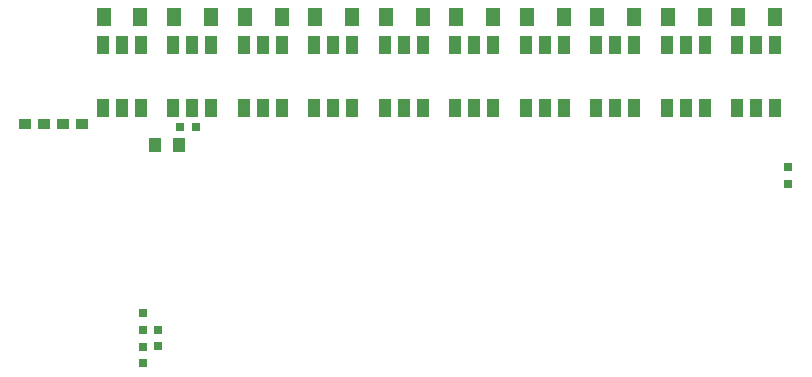
<source format=gtp>
G04*
G04 #@! TF.GenerationSoftware,Altium Limited,Altium Designer,23.5.1 (21)*
G04*
G04 Layer_Color=8421504*
%FSLAX25Y25*%
%MOIN*%
G70*
G04*
G04 #@! TF.SameCoordinates,DE79A155-BC9A-472D-AE6B-8F39F035A5D6*
G04*
G04*
G04 #@! TF.FilePolarity,Positive*
G04*
G01*
G75*
%ADD18R,0.03150X0.03150*%
%ADD19R,0.03937X0.04921*%
%ADD20R,0.03150X0.03150*%
%ADD21R,0.03937X0.03740*%
%ADD22R,0.03937X0.05906*%
%ADD23R,0.05118X0.05906*%
D18*
X35484Y23161D02*
D03*
Y17650D02*
D03*
Y34284D02*
D03*
Y28772D02*
D03*
X40522Y23260D02*
D03*
Y28772D02*
D03*
X250356Y82961D02*
D03*
Y77449D02*
D03*
D19*
X47397Y90271D02*
D03*
X39523D02*
D03*
D20*
X53224Y96433D02*
D03*
X47713D02*
D03*
D21*
X8898Y97441D02*
D03*
X15197Y97441D02*
D03*
X-3799Y97441D02*
D03*
X2500D02*
D03*
D22*
X45527Y102626D02*
D03*
X51827D02*
D03*
X58126D02*
D03*
Y123886D02*
D03*
X51827D02*
D03*
X45527D02*
D03*
X22027D02*
D03*
X28327D02*
D03*
X34626D02*
D03*
Y102626D02*
D03*
X28327D02*
D03*
X22027D02*
D03*
X69028D02*
D03*
X75327D02*
D03*
X81626D02*
D03*
Y123886D02*
D03*
X75327D02*
D03*
X69028D02*
D03*
X92528D02*
D03*
X98827D02*
D03*
X105126D02*
D03*
Y102626D02*
D03*
X98827D02*
D03*
X92528D02*
D03*
X116027D02*
D03*
X122327D02*
D03*
X128626D02*
D03*
Y123886D02*
D03*
X122327D02*
D03*
X116027D02*
D03*
X139527D02*
D03*
X145827D02*
D03*
X152126D02*
D03*
Y102626D02*
D03*
X145827D02*
D03*
X139527D02*
D03*
X163028D02*
D03*
X169327D02*
D03*
X175626D02*
D03*
Y123886D02*
D03*
X169327D02*
D03*
X163028D02*
D03*
X186527Y123886D02*
D03*
X192827D02*
D03*
X199126D02*
D03*
Y102626D02*
D03*
X192827D02*
D03*
X186527D02*
D03*
X210027Y102626D02*
D03*
X216327D02*
D03*
X222626D02*
D03*
Y123885D02*
D03*
X216327D02*
D03*
X210027D02*
D03*
X233527Y123885D02*
D03*
X239826D02*
D03*
X246125D02*
D03*
Y102625D02*
D03*
X239826D02*
D03*
X233527D02*
D03*
D23*
X116430Y132976D02*
D03*
X128626Y132933D02*
D03*
X233930Y132976D02*
D03*
X246126Y132933D02*
D03*
X210430Y132976D02*
D03*
X222626Y132933D02*
D03*
X186930Y132976D02*
D03*
X199126Y132933D02*
D03*
X163430Y132976D02*
D03*
X175626Y132933D02*
D03*
X139930Y132976D02*
D03*
X152126Y132933D02*
D03*
X92930Y132976D02*
D03*
X105126Y132933D02*
D03*
X69430Y132976D02*
D03*
X81626Y132933D02*
D03*
X45930Y132976D02*
D03*
X58126Y132933D02*
D03*
X22411Y132996D02*
D03*
X34606Y132953D02*
D03*
M02*

</source>
